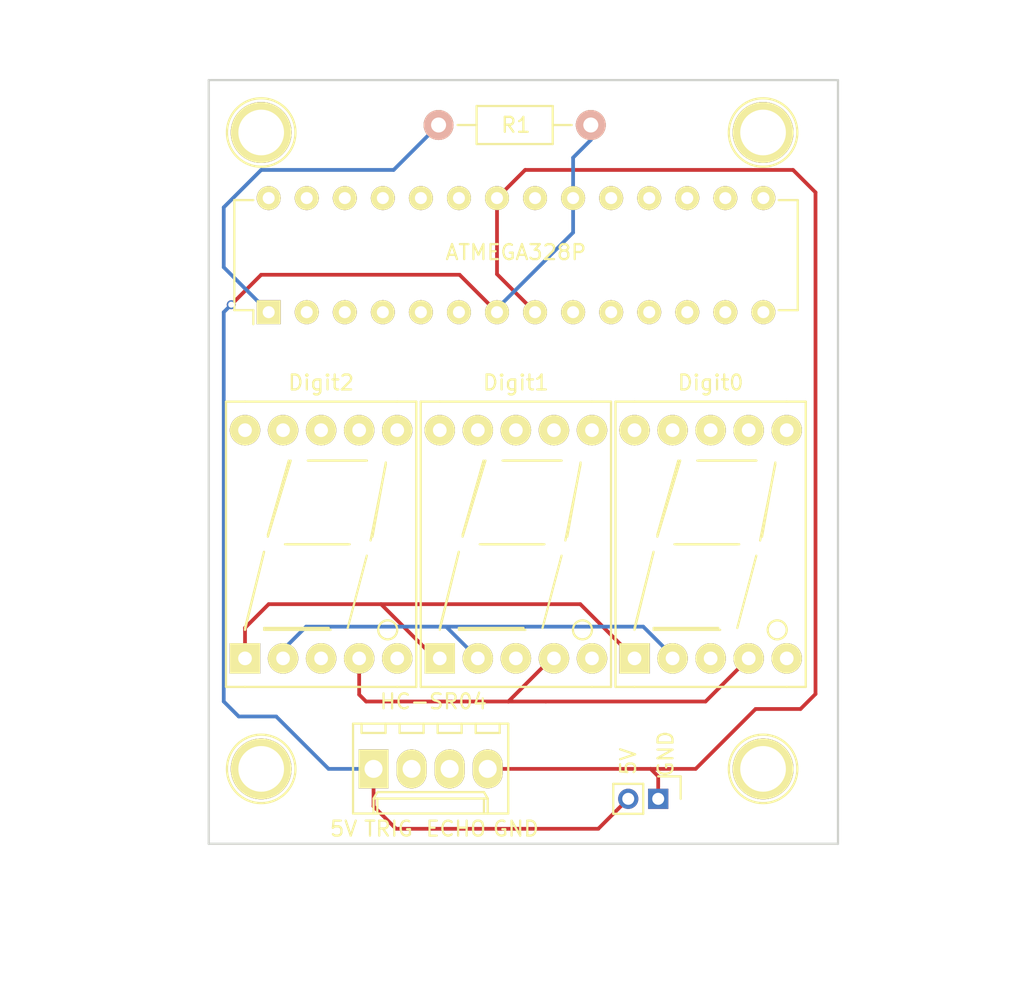
<source format=kicad_pcb>
(kicad_pcb (version 4) (host pcbnew 4.0.2-stable)

  (general
    (links 34)
    (no_connects 20)
    (area 130.424999 74.424999 172.575001 125.575001)
    (thickness 1.6)
    (drawings 10)
    (tracks 62)
    (zones 0)
    (modules 11)
    (nets 33)
  )

  (page A4)
  (layers
    (0 F.Cu signal)
    (31 B.Cu signal)
    (32 B.Adhes user)
    (33 F.Adhes user)
    (34 B.Paste user)
    (35 F.Paste user)
    (36 B.SilkS user)
    (37 F.SilkS user)
    (38 B.Mask user)
    (39 F.Mask user)
    (40 Dwgs.User user)
    (41 Cmts.User user)
    (42 Eco1.User user)
    (43 Eco2.User user)
    (44 Edge.Cuts user)
    (45 Margin user)
    (46 B.CrtYd user)
    (47 F.CrtYd user)
    (48 B.Fab user)
    (49 F.Fab user)
  )

  (setup
    (last_trace_width 0.25)
    (trace_clearance 0.2)
    (zone_clearance 0.508)
    (zone_45_only no)
    (trace_min 0.2)
    (segment_width 0.2)
    (edge_width 0.15)
    (via_size 0.6)
    (via_drill 0.4)
    (via_min_size 0.4)
    (via_min_drill 0.3)
    (uvia_size 0.3)
    (uvia_drill 0.1)
    (uvias_allowed no)
    (uvia_min_size 0.2)
    (uvia_min_drill 0.1)
    (pcb_text_width 0.3)
    (pcb_text_size 1.5 1.5)
    (mod_edge_width 0.15)
    (mod_text_size 1 1)
    (mod_text_width 0.15)
    (pad_size 1.6 1.6)
    (pad_drill 0.8)
    (pad_to_mask_clearance 0.2)
    (aux_axis_origin 0 0)
    (visible_elements 7FFFFFFF)
    (pcbplotparams
      (layerselection 0x00030_80000001)
      (usegerberextensions false)
      (excludeedgelayer true)
      (linewidth 0.100000)
      (plotframeref false)
      (viasonmask false)
      (mode 1)
      (useauxorigin false)
      (hpglpennumber 1)
      (hpglpenspeed 20)
      (hpglpendiameter 15)
      (hpglpenoverlay 2)
      (psnegative false)
      (psa4output false)
      (plotreference true)
      (plotvalue true)
      (plotinvisibletext false)
      (padsonsilk false)
      (subtractmaskfromsilk false)
      (outputformat 1)
      (mirror false)
      (drillshape 1)
      (scaleselection 1)
      (outputdirectory ""))
  )

  (net 0 "")
  (net 1 "Net-(Digit0-Pad5)")
  (net 2 "Net-(Digit0-Pad10)")
  (net 3 "Net-(Digit0-Pad1)")
  (net 4 "Net-(Digit0-Pad2)")
  (net 5 "Net-(Digit0-Pad3)")
  (net 6 "Net-(Digit0-Pad4)")
  (net 7 "Net-(Digit0-Pad9)")
  (net 8 "Net-(Digit0-Pad8)")
  (net 9 "Net-(Digit0-Pad7)")
  (net 10 "Net-(Digit0-Pad6)")
  (net 11 "Net-(Digit1-Pad5)")
  (net 12 "Net-(Digit1-Pad3)")
  (net 13 "Net-(Digit1-Pad8)")
  (net 14 "Net-(Digit2-Pad5)")
  (net 15 "Net-(Digit2-Pad3)")
  (net 16 "Net-(Digit2-Pad8)")
  (net 17 "Net-(IC1-Pad1)")
  (net 18 "Net-(IC1-Pad5)")
  (net 19 "Net-(IC1-Pad6)")
  (net 20 +5V)
  (net 21 GND)
  (net 22 "Net-(IC1-Pad10)")
  (net 23 "Net-(IC1-Pad11)")
  (net 24 "Net-(IC1-Pad12)")
  (net 25 "Net-(IC1-Pad13)")
  (net 26 "Net-(IC1-Pad21)")
  (net 27 "Net-(IC1-Pad23)")
  (net 28 "Net-(IC1-Pad24)")
  (net 29 "Net-(IC1-Pad25)")
  (net 30 "Net-(IC1-Pad26)")
  (net 31 "Net-(IC1-Pad27)")
  (net 32 "Net-(IC1-Pad28)")

  (net_class Default "This is the default net class."
    (clearance 0.2)
    (trace_width 0.25)
    (via_dia 0.6)
    (via_drill 0.4)
    (uvia_dia 0.3)
    (uvia_drill 0.1)
    (add_net +5V)
    (add_net GND)
    (add_net "Net-(Digit0-Pad1)")
    (add_net "Net-(Digit0-Pad10)")
    (add_net "Net-(Digit0-Pad2)")
    (add_net "Net-(Digit0-Pad3)")
    (add_net "Net-(Digit0-Pad4)")
    (add_net "Net-(Digit0-Pad5)")
    (add_net "Net-(Digit0-Pad6)")
    (add_net "Net-(Digit0-Pad7)")
    (add_net "Net-(Digit0-Pad8)")
    (add_net "Net-(Digit0-Pad9)")
    (add_net "Net-(Digit1-Pad3)")
    (add_net "Net-(Digit1-Pad5)")
    (add_net "Net-(Digit1-Pad8)")
    (add_net "Net-(Digit2-Pad3)")
    (add_net "Net-(Digit2-Pad5)")
    (add_net "Net-(Digit2-Pad8)")
    (add_net "Net-(IC1-Pad1)")
    (add_net "Net-(IC1-Pad10)")
    (add_net "Net-(IC1-Pad11)")
    (add_net "Net-(IC1-Pad12)")
    (add_net "Net-(IC1-Pad13)")
    (add_net "Net-(IC1-Pad21)")
    (add_net "Net-(IC1-Pad23)")
    (add_net "Net-(IC1-Pad24)")
    (add_net "Net-(IC1-Pad25)")
    (add_net "Net-(IC1-Pad26)")
    (add_net "Net-(IC1-Pad27)")
    (add_net "Net-(IC1-Pad28)")
    (add_net "Net-(IC1-Pad5)")
    (add_net "Net-(IC1-Pad6)")
  )

  (module 7SEG:LSHD-5601 (layer F.Cu) (tedit 57C138BA) (tstamp 57C134EA)
    (at 164 105.5)
    (descr "Afficheur 7 segments")
    (tags AFFICHEUR)
    (path /57324652)
    (fp_text reference Digit0 (at 0 -10.795) (layer F.SilkS)
      (effects (font (size 1 1) (thickness 0.15)))
    )
    (fp_text value 7SEGMENTS (at 16.5 0) (layer F.Fab)
      (effects (font (size 1 1) (thickness 0.15)))
    )
    (fp_line (start 3.048 0.762) (end 1.778 5.588) (layer F.SilkS) (width 0.15))
    (fp_line (start -3.81 5.588) (end 0.508 5.588) (layer F.SilkS) (width 0.15))
    (fp_line (start -3.81 0.508) (end -5.08 5.588) (layer F.SilkS) (width 0.15))
    (fp_line (start -2.032 -5.588) (end -3.556 -0.508) (layer F.SilkS) (width 0.15))
    (fp_line (start -0.762 -5.588) (end 3.048 -5.588) (layer F.SilkS) (width 0.15))
    (fp_line (start -2.286 0) (end 1.778 0) (layer F.SilkS) (width 0.15))
    (fp_line (start 4.318 -5.334) (end 3.302 -0.254) (layer F.SilkS) (width 0.15))
    (fp_circle (center 4.445 5.715) (end 5.08 5.715) (layer F.SilkS) (width 0.15))
    (fp_line (start -3.81 5.715) (end 0.635 5.715) (layer F.SilkS) (width 0.15))
    (fp_line (start -5.08 -9.525) (end -6.35 -9.525) (layer F.SilkS) (width 0.15))
    (fp_line (start -6.35 -9.525) (end -6.35 9.525) (layer F.SilkS) (width 0.15))
    (fp_line (start -6.35 9.525) (end -5.08 9.525) (layer F.SilkS) (width 0.15))
    (fp_line (start 5.08 9.525) (end 6.35 9.525) (layer F.SilkS) (width 0.15))
    (fp_line (start 6.35 9.525) (end 6.35 -9.525) (layer F.SilkS) (width 0.15))
    (fp_line (start 6.35 -9.525) (end 5.08 -9.525) (layer F.SilkS) (width 0.15))
    (fp_line (start -5.08 9.525) (end 5.08 9.525) (layer F.SilkS) (width 0.15))
    (fp_line (start 5.08 -9.525) (end -5.08 -9.525) (layer F.SilkS) (width 0.15))
    (fp_line (start -2.413 0) (end 1.905 0) (layer F.SilkS) (width 0.15))
    (fp_line (start 3.429 -0.508) (end 4.318 -5.461) (layer F.SilkS) (width 0.15))
    (fp_line (start -0.889 -5.588) (end 3.048 -5.588) (layer F.SilkS) (width 0.15))
    (fp_line (start -3.556 -0.635) (end -2.159 -5.588) (layer F.SilkS) (width 0.15))
    (fp_line (start -3.81 0.508) (end -5.08 5.715) (layer F.SilkS) (width 0.15))
    (pad 5 thru_hole circle (at 5.08 7.62) (size 2.032 2.032) (drill 0.9144) (layers *.Cu *.Mask F.SilkS)
      (net 1 "Net-(Digit0-Pad5)"))
    (pad 10 thru_hole circle (at 5.08 -7.62) (size 2.032 2.032) (drill 0.9144) (layers *.Cu *.Mask F.SilkS)
      (net 2 "Net-(Digit0-Pad10)"))
    (pad 1 thru_hole rect (at -5.08 7.62) (size 2.032 2.032) (drill 0.9144) (layers *.Cu *.Mask F.SilkS)
      (net 3 "Net-(Digit0-Pad1)"))
    (pad 2 thru_hole circle (at -2.54 7.62) (size 2.032 2.032) (drill 0.9144) (layers *.Cu *.Mask F.SilkS)
      (net 4 "Net-(Digit0-Pad2)"))
    (pad 3 thru_hole circle (at 0 7.62) (size 2.032 2.032) (drill 0.9144) (layers *.Cu *.Mask F.SilkS)
      (net 5 "Net-(Digit0-Pad3)"))
    (pad 4 thru_hole circle (at 2.54 7.62) (size 2.032 2.032) (drill 0.9144) (layers *.Cu *.Mask F.SilkS)
      (net 6 "Net-(Digit0-Pad4)"))
    (pad 9 thru_hole circle (at 2.54 -7.62) (size 2.032 2.032) (drill 0.9144) (layers *.Cu *.Mask F.SilkS)
      (net 7 "Net-(Digit0-Pad9)"))
    (pad 8 thru_hole circle (at 0 -7.62) (size 2.032 2.032) (drill 0.9144) (layers *.Cu *.Mask F.SilkS)
      (net 8 "Net-(Digit0-Pad8)"))
    (pad 7 thru_hole circle (at -2.54 -7.62) (size 2.032 2.032) (drill 0.9144) (layers *.Cu *.Mask F.SilkS)
      (net 9 "Net-(Digit0-Pad7)"))
    (pad 6 thru_hole circle (at -5.08 -7.62) (size 2.032 2.032) (drill 0.9144) (layers *.Cu *.Mask F.SilkS)
      (net 10 "Net-(Digit0-Pad6)"))
  )

  (module 7SEG:LSHD-5601 (layer F.Cu) (tedit 57C138BF) (tstamp 57C134F8)
    (at 151 105.5)
    (descr "Afficheur 7 segments")
    (tags AFFICHEUR)
    (path /57324713)
    (fp_text reference Digit1 (at 0 -10.795) (layer F.SilkS)
      (effects (font (size 1 1) (thickness 0.15)))
    )
    (fp_text value 7SEGMENTS (at 0 26) (layer F.Fab)
      (effects (font (size 1 1) (thickness 0.15)))
    )
    (fp_line (start 3.048 0.762) (end 1.778 5.588) (layer F.SilkS) (width 0.15))
    (fp_line (start -3.81 5.588) (end 0.508 5.588) (layer F.SilkS) (width 0.15))
    (fp_line (start -3.81 0.508) (end -5.08 5.588) (layer F.SilkS) (width 0.15))
    (fp_line (start -2.032 -5.588) (end -3.556 -0.508) (layer F.SilkS) (width 0.15))
    (fp_line (start -0.762 -5.588) (end 3.048 -5.588) (layer F.SilkS) (width 0.15))
    (fp_line (start -2.286 0) (end 1.778 0) (layer F.SilkS) (width 0.15))
    (fp_line (start 4.318 -5.334) (end 3.302 -0.254) (layer F.SilkS) (width 0.15))
    (fp_circle (center 4.445 5.715) (end 5.08 5.715) (layer F.SilkS) (width 0.15))
    (fp_line (start -3.81 5.715) (end 0.635 5.715) (layer F.SilkS) (width 0.15))
    (fp_line (start -5.08 -9.525) (end -6.35 -9.525) (layer F.SilkS) (width 0.15))
    (fp_line (start -6.35 -9.525) (end -6.35 9.525) (layer F.SilkS) (width 0.15))
    (fp_line (start -6.35 9.525) (end -5.08 9.525) (layer F.SilkS) (width 0.15))
    (fp_line (start 5.08 9.525) (end 6.35 9.525) (layer F.SilkS) (width 0.15))
    (fp_line (start 6.35 9.525) (end 6.35 -9.525) (layer F.SilkS) (width 0.15))
    (fp_line (start 6.35 -9.525) (end 5.08 -9.525) (layer F.SilkS) (width 0.15))
    (fp_line (start -5.08 9.525) (end 5.08 9.525) (layer F.SilkS) (width 0.15))
    (fp_line (start 5.08 -9.525) (end -5.08 -9.525) (layer F.SilkS) (width 0.15))
    (fp_line (start -2.413 0) (end 1.905 0) (layer F.SilkS) (width 0.15))
    (fp_line (start 3.429 -0.508) (end 4.318 -5.461) (layer F.SilkS) (width 0.15))
    (fp_line (start -0.889 -5.588) (end 3.048 -5.588) (layer F.SilkS) (width 0.15))
    (fp_line (start -3.556 -0.635) (end -2.159 -5.588) (layer F.SilkS) (width 0.15))
    (fp_line (start -3.81 0.508) (end -5.08 5.715) (layer F.SilkS) (width 0.15))
    (pad 5 thru_hole circle (at 5.08 7.62) (size 2.032 2.032) (drill 0.9144) (layers *.Cu *.Mask F.SilkS)
      (net 11 "Net-(Digit1-Pad5)"))
    (pad 10 thru_hole circle (at 5.08 -7.62) (size 2.032 2.032) (drill 0.9144) (layers *.Cu *.Mask F.SilkS)
      (net 2 "Net-(Digit0-Pad10)"))
    (pad 1 thru_hole rect (at -5.08 7.62) (size 2.032 2.032) (drill 0.9144) (layers *.Cu *.Mask F.SilkS)
      (net 3 "Net-(Digit0-Pad1)"))
    (pad 2 thru_hole circle (at -2.54 7.62) (size 2.032 2.032) (drill 0.9144) (layers *.Cu *.Mask F.SilkS)
      (net 4 "Net-(Digit0-Pad2)"))
    (pad 3 thru_hole circle (at 0 7.62) (size 2.032 2.032) (drill 0.9144) (layers *.Cu *.Mask F.SilkS)
      (net 12 "Net-(Digit1-Pad3)"))
    (pad 4 thru_hole circle (at 2.54 7.62) (size 2.032 2.032) (drill 0.9144) (layers *.Cu *.Mask F.SilkS)
      (net 6 "Net-(Digit0-Pad4)"))
    (pad 9 thru_hole circle (at 2.54 -7.62) (size 2.032 2.032) (drill 0.9144) (layers *.Cu *.Mask F.SilkS)
      (net 7 "Net-(Digit0-Pad9)"))
    (pad 8 thru_hole circle (at 0 -7.62) (size 2.032 2.032) (drill 0.9144) (layers *.Cu *.Mask F.SilkS)
      (net 13 "Net-(Digit1-Pad8)"))
    (pad 7 thru_hole circle (at -2.54 -7.62) (size 2.032 2.032) (drill 0.9144) (layers *.Cu *.Mask F.SilkS)
      (net 9 "Net-(Digit0-Pad7)"))
    (pad 6 thru_hole circle (at -5.08 -7.62) (size 2.032 2.032) (drill 0.9144) (layers *.Cu *.Mask F.SilkS)
      (net 10 "Net-(Digit0-Pad6)"))
  )

  (module 7SEG:LSHD-5601 (layer F.Cu) (tedit 57C138B8) (tstamp 57C13506)
    (at 138 105.5)
    (descr "Afficheur 7 segments")
    (tags AFFICHEUR)
    (path /57C13C45)
    (fp_text reference Digit2 (at 0 -10.795) (layer F.SilkS)
      (effects (font (size 1 1) (thickness 0.15)))
    )
    (fp_text value 7SEGMENTS (at -15 0) (layer F.Fab)
      (effects (font (size 1 1) (thickness 0.15)))
    )
    (fp_line (start 3.048 0.762) (end 1.778 5.588) (layer F.SilkS) (width 0.15))
    (fp_line (start -3.81 5.588) (end 0.508 5.588) (layer F.SilkS) (width 0.15))
    (fp_line (start -3.81 0.508) (end -5.08 5.588) (layer F.SilkS) (width 0.15))
    (fp_line (start -2.032 -5.588) (end -3.556 -0.508) (layer F.SilkS) (width 0.15))
    (fp_line (start -0.762 -5.588) (end 3.048 -5.588) (layer F.SilkS) (width 0.15))
    (fp_line (start -2.286 0) (end 1.778 0) (layer F.SilkS) (width 0.15))
    (fp_line (start 4.318 -5.334) (end 3.302 -0.254) (layer F.SilkS) (width 0.15))
    (fp_circle (center 4.445 5.715) (end 5.08 5.715) (layer F.SilkS) (width 0.15))
    (fp_line (start -3.81 5.715) (end 0.635 5.715) (layer F.SilkS) (width 0.15))
    (fp_line (start -5.08 -9.525) (end -6.35 -9.525) (layer F.SilkS) (width 0.15))
    (fp_line (start -6.35 -9.525) (end -6.35 9.525) (layer F.SilkS) (width 0.15))
    (fp_line (start -6.35 9.525) (end -5.08 9.525) (layer F.SilkS) (width 0.15))
    (fp_line (start 5.08 9.525) (end 6.35 9.525) (layer F.SilkS) (width 0.15))
    (fp_line (start 6.35 9.525) (end 6.35 -9.525) (layer F.SilkS) (width 0.15))
    (fp_line (start 6.35 -9.525) (end 5.08 -9.525) (layer F.SilkS) (width 0.15))
    (fp_line (start -5.08 9.525) (end 5.08 9.525) (layer F.SilkS) (width 0.15))
    (fp_line (start 5.08 -9.525) (end -5.08 -9.525) (layer F.SilkS) (width 0.15))
    (fp_line (start -2.413 0) (end 1.905 0) (layer F.SilkS) (width 0.15))
    (fp_line (start 3.429 -0.508) (end 4.318 -5.461) (layer F.SilkS) (width 0.15))
    (fp_line (start -0.889 -5.588) (end 3.048 -5.588) (layer F.SilkS) (width 0.15))
    (fp_line (start -3.556 -0.635) (end -2.159 -5.588) (layer F.SilkS) (width 0.15))
    (fp_line (start -3.81 0.508) (end -5.08 5.715) (layer F.SilkS) (width 0.15))
    (pad 5 thru_hole circle (at 5.08 7.62) (size 2.032 2.032) (drill 0.9144) (layers *.Cu *.Mask F.SilkS)
      (net 14 "Net-(Digit2-Pad5)"))
    (pad 10 thru_hole circle (at 5.08 -7.62) (size 2.032 2.032) (drill 0.9144) (layers *.Cu *.Mask F.SilkS)
      (net 2 "Net-(Digit0-Pad10)"))
    (pad 1 thru_hole rect (at -5.08 7.62) (size 2.032 2.032) (drill 0.9144) (layers *.Cu *.Mask F.SilkS)
      (net 3 "Net-(Digit0-Pad1)"))
    (pad 2 thru_hole circle (at -2.54 7.62) (size 2.032 2.032) (drill 0.9144) (layers *.Cu *.Mask F.SilkS)
      (net 4 "Net-(Digit0-Pad2)"))
    (pad 3 thru_hole circle (at 0 7.62) (size 2.032 2.032) (drill 0.9144) (layers *.Cu *.Mask F.SilkS)
      (net 15 "Net-(Digit2-Pad3)"))
    (pad 4 thru_hole circle (at 2.54 7.62) (size 2.032 2.032) (drill 0.9144) (layers *.Cu *.Mask F.SilkS)
      (net 6 "Net-(Digit0-Pad4)"))
    (pad 9 thru_hole circle (at 2.54 -7.62) (size 2.032 2.032) (drill 0.9144) (layers *.Cu *.Mask F.SilkS)
      (net 7 "Net-(Digit0-Pad9)"))
    (pad 8 thru_hole circle (at 0 -7.62) (size 2.032 2.032) (drill 0.9144) (layers *.Cu *.Mask F.SilkS)
      (net 16 "Net-(Digit2-Pad8)"))
    (pad 7 thru_hole circle (at -2.54 -7.62) (size 2.032 2.032) (drill 0.9144) (layers *.Cu *.Mask F.SilkS)
      (net 9 "Net-(Digit0-Pad7)"))
    (pad 6 thru_hole circle (at -5.08 -7.62) (size 2.032 2.032) (drill 0.9144) (layers *.Cu *.Mask F.SilkS)
      (net 10 "Net-(Digit0-Pad6)"))
  )

  (module Housings_DIP:DIP-28_W7.62mm (layer F.Cu) (tedit 57C138A2) (tstamp 57C13526)
    (at 134.5 90 90)
    (descr "28-lead dip package, row spacing 7.62 mm (300 mils)")
    (tags "dil dip 2.54 300")
    (path /57324934)
    (fp_text reference ATMEGA328P (at 4 16.5 180) (layer F.SilkS)
      (effects (font (size 1 1) (thickness 0.15)))
    )
    (fp_text value ATMEGA328-P (at 5 -12.5 180) (layer F.Fab)
      (effects (font (size 1 1) (thickness 0.15)))
    )
    (fp_line (start -1.05 -2.45) (end -1.05 35.5) (layer F.CrtYd) (width 0.05))
    (fp_line (start 8.65 -2.45) (end 8.65 35.5) (layer F.CrtYd) (width 0.05))
    (fp_line (start -1.05 -2.45) (end 8.65 -2.45) (layer F.CrtYd) (width 0.05))
    (fp_line (start -1.05 35.5) (end 8.65 35.5) (layer F.CrtYd) (width 0.05))
    (fp_line (start 0.135 -2.295) (end 0.135 -1.025) (layer F.SilkS) (width 0.15))
    (fp_line (start 7.485 -2.295) (end 7.485 -1.025) (layer F.SilkS) (width 0.15))
    (fp_line (start 7.485 35.315) (end 7.485 34.045) (layer F.SilkS) (width 0.15))
    (fp_line (start 0.135 35.315) (end 0.135 34.045) (layer F.SilkS) (width 0.15))
    (fp_line (start 0.135 -2.295) (end 7.485 -2.295) (layer F.SilkS) (width 0.15))
    (fp_line (start 0.135 35.315) (end 7.485 35.315) (layer F.SilkS) (width 0.15))
    (fp_line (start 0.135 -1.025) (end -0.8 -1.025) (layer F.SilkS) (width 0.15))
    (pad 1 thru_hole rect (at 0 0 90) (size 1.6 1.6) (drill 0.8) (layers *.Cu *.Mask F.SilkS)
      (net 17 "Net-(IC1-Pad1)"))
    (pad 2 thru_hole oval (at 0 2.54 90) (size 1.6 1.6) (drill 0.8) (layers *.Cu *.Mask F.SilkS)
      (net 8 "Net-(Digit0-Pad8)"))
    (pad 3 thru_hole oval (at 0 5.08 90) (size 1.6 1.6) (drill 0.8) (layers *.Cu *.Mask F.SilkS)
      (net 13 "Net-(Digit1-Pad8)"))
    (pad 4 thru_hole oval (at 0 7.62 90) (size 1.6 1.6) (drill 0.8) (layers *.Cu *.Mask F.SilkS)
      (net 16 "Net-(Digit2-Pad8)"))
    (pad 5 thru_hole oval (at 0 10.16 90) (size 1.6 1.6) (drill 0.8) (layers *.Cu *.Mask F.SilkS)
      (net 18 "Net-(IC1-Pad5)"))
    (pad 6 thru_hole oval (at 0 12.7 90) (size 1.6 1.6) (drill 0.8) (layers *.Cu *.Mask F.SilkS)
      (net 19 "Net-(IC1-Pad6)"))
    (pad 7 thru_hole oval (at 0 15.24 90) (size 1.6 1.6) (drill 0.8) (layers *.Cu *.Mask F.SilkS)
      (net 20 +5V))
    (pad 8 thru_hole oval (at 0 17.78 90) (size 1.6 1.6) (drill 0.8) (layers *.Cu *.Mask F.SilkS)
      (net 21 GND))
    (pad 9 thru_hole oval (at 0 20.32 90) (size 1.6 1.6) (drill 0.8) (layers *.Cu *.Mask F.SilkS)
      (net 2 "Net-(Digit0-Pad10)"))
    (pad 10 thru_hole oval (at 0 22.86 90) (size 1.6 1.6) (drill 0.8) (layers *.Cu *.Mask F.SilkS)
      (net 22 "Net-(IC1-Pad10)"))
    (pad 11 thru_hole oval (at 0 25.4 90) (size 1.6 1.6) (drill 0.8) (layers *.Cu *.Mask F.SilkS)
      (net 23 "Net-(IC1-Pad11)"))
    (pad 12 thru_hole oval (at 0 27.94 90) (size 1.6 1.6) (drill 0.8) (layers *.Cu *.Mask F.SilkS)
      (net 24 "Net-(IC1-Pad12)"))
    (pad 13 thru_hole oval (at 0 30.48 90) (size 1.6 1.6) (drill 0.8) (layers *.Cu *.Mask F.SilkS)
      (net 25 "Net-(IC1-Pad13)"))
    (pad 14 thru_hole oval (at 0 33.02 90) (size 1.6 1.6) (drill 0.8) (layers *.Cu *.Mask F.SilkS)
      (net 9 "Net-(Digit0-Pad7)"))
    (pad 15 thru_hole oval (at 7.62 33.02 90) (size 1.6 1.6) (drill 0.8) (layers *.Cu *.Mask F.SilkS)
      (net 10 "Net-(Digit0-Pad6)"))
    (pad 16 thru_hole oval (at 7.62 30.48 90) (size 1.6 1.6) (drill 0.8) (layers *.Cu *.Mask F.SilkS)
      (net 6 "Net-(Digit0-Pad4)"))
    (pad 17 thru_hole oval (at 7.62 27.94 90) (size 1.6 1.6) (drill 0.8) (layers *.Cu *.Mask F.SilkS)
      (net 4 "Net-(Digit0-Pad2)"))
    (pad 18 thru_hole oval (at 7.62 25.4 90) (size 1.6 1.6) (drill 0.8) (layers *.Cu *.Mask F.SilkS)
      (net 3 "Net-(Digit0-Pad1)"))
    (pad 19 thru_hole oval (at 7.62 22.86 90) (size 1.6 1.6) (drill 0.8) (layers *.Cu *.Mask F.SilkS)
      (net 7 "Net-(Digit0-Pad9)"))
    (pad 20 thru_hole oval (at 7.62 20.32 90) (size 1.6 1.6) (drill 0.8) (layers *.Cu *.Mask F.SilkS)
      (net 20 +5V))
    (pad 21 thru_hole oval (at 7.62 17.78 90) (size 1.6 1.6) (drill 0.8) (layers *.Cu *.Mask F.SilkS)
      (net 26 "Net-(IC1-Pad21)"))
    (pad 22 thru_hole oval (at 7.62 15.24 90) (size 1.6 1.6) (drill 0.8) (layers *.Cu *.Mask F.SilkS)
      (net 21 GND))
    (pad 23 thru_hole oval (at 7.62 12.7 90) (size 1.6 1.6) (drill 0.8) (layers *.Cu *.Mask F.SilkS)
      (net 27 "Net-(IC1-Pad23)"))
    (pad 24 thru_hole oval (at 7.62 10.16 90) (size 1.6 1.6) (drill 0.8) (layers *.Cu *.Mask F.SilkS)
      (net 28 "Net-(IC1-Pad24)"))
    (pad 25 thru_hole oval (at 7.62 7.62 90) (size 1.6 1.6) (drill 0.8) (layers *.Cu *.Mask F.SilkS)
      (net 29 "Net-(IC1-Pad25)"))
    (pad 26 thru_hole oval (at 7.62 5.08 90) (size 1.6 1.6) (drill 0.8) (layers *.Cu *.Mask F.SilkS)
      (net 30 "Net-(IC1-Pad26)"))
    (pad 27 thru_hole oval (at 7.62 2.54 90) (size 1.6 1.6) (drill 0.8) (layers *.Cu *.Mask F.SilkS)
      (net 31 "Net-(IC1-Pad27)"))
    (pad 28 thru_hole oval (at 7.62 0 90) (size 1.6 1.6) (drill 0.8) (layers *.Cu *.Mask F.SilkS)
      (net 32 "Net-(IC1-Pad28)"))
    (model Housings_DIP.3dshapes/DIP-28_W7.62mm.wrl
      (at (xyz 0 0 0))
      (scale (xyz 1 1 1))
      (rotate (xyz 0 0 0))
    )
  )

  (module Connectors_Molex:Molex_KK-6410-04_04x2.54mm_Straight (layer F.Cu) (tedit 57C13912) (tstamp 57C1352E)
    (at 141.5 120.5)
    (descr "Connector Headers with Friction Lock, 22-27-2041, http://www.molex.com/pdm_docs/sd/022272021_sd.pdf")
    (tags "connector molex kk_6410 22-27-2041")
    (path /57C14A43)
    (fp_text reference HC-SR04 (at 4 -4.5) (layer F.SilkS)
      (effects (font (size 1 1) (thickness 0.15)))
    )
    (fp_text value HC-S04 (at 4 15) (layer F.Fab)
      (effects (font (size 1 1) (thickness 0.15)))
    )
    (fp_line (start -1.37 -3.02) (end -1.37 2.98) (layer F.SilkS) (width 0.15))
    (fp_line (start -1.37 2.98) (end 8.99 2.98) (layer F.SilkS) (width 0.15))
    (fp_line (start 8.99 2.98) (end 8.99 -3.02) (layer F.SilkS) (width 0.15))
    (fp_line (start 8.99 -3.02) (end -1.37 -3.02) (layer F.SilkS) (width 0.15))
    (fp_line (start 0 2.98) (end 0 1.98) (layer F.SilkS) (width 0.15))
    (fp_line (start 0 1.98) (end 7.62 1.98) (layer F.SilkS) (width 0.15))
    (fp_line (start 7.62 1.98) (end 7.62 2.98) (layer F.SilkS) (width 0.15))
    (fp_line (start 0 1.98) (end 0.25 1.55) (layer F.SilkS) (width 0.15))
    (fp_line (start 0.25 1.55) (end 7.37 1.55) (layer F.SilkS) (width 0.15))
    (fp_line (start 7.37 1.55) (end 7.62 1.98) (layer F.SilkS) (width 0.15))
    (fp_line (start 0.25 2.98) (end 0.25 1.98) (layer F.SilkS) (width 0.15))
    (fp_line (start 7.37 2.98) (end 7.37 1.98) (layer F.SilkS) (width 0.15))
    (fp_line (start -0.8 -3.02) (end -0.8 -2.4) (layer F.SilkS) (width 0.15))
    (fp_line (start -0.8 -2.4) (end 0.8 -2.4) (layer F.SilkS) (width 0.15))
    (fp_line (start 0.8 -2.4) (end 0.8 -3.02) (layer F.SilkS) (width 0.15))
    (fp_line (start 1.74 -3.02) (end 1.74 -2.4) (layer F.SilkS) (width 0.15))
    (fp_line (start 1.74 -2.4) (end 3.34 -2.4) (layer F.SilkS) (width 0.15))
    (fp_line (start 3.34 -2.4) (end 3.34 -3.02) (layer F.SilkS) (width 0.15))
    (fp_line (start 4.28 -3.02) (end 4.28 -2.4) (layer F.SilkS) (width 0.15))
    (fp_line (start 4.28 -2.4) (end 5.88 -2.4) (layer F.SilkS) (width 0.15))
    (fp_line (start 5.88 -2.4) (end 5.88 -3.02) (layer F.SilkS) (width 0.15))
    (fp_line (start 6.82 -3.02) (end 6.82 -2.4) (layer F.SilkS) (width 0.15))
    (fp_line (start 6.82 -2.4) (end 8.42 -2.4) (layer F.SilkS) (width 0.15))
    (fp_line (start 8.42 -2.4) (end 8.42 -3.02) (layer F.SilkS) (width 0.15))
    (fp_line (start -1.9 3.5) (end -1.9 -3.55) (layer F.CrtYd) (width 0.05))
    (fp_line (start -1.9 -3.55) (end 9.5 -3.55) (layer F.CrtYd) (width 0.05))
    (fp_line (start 9.5 -3.55) (end 9.5 3.5) (layer F.CrtYd) (width 0.05))
    (fp_line (start 9.5 3.5) (end -1.9 3.5) (layer F.CrtYd) (width 0.05))
    (pad 1 thru_hole rect (at 0 0) (size 2 2.6) (drill 1.2) (layers *.Cu *.Mask F.SilkS)
      (net 20 +5V))
    (pad 2 thru_hole oval (at 2.54 0) (size 2 2.6) (drill 1.2) (layers *.Cu *.Mask F.SilkS)
      (net 18 "Net-(IC1-Pad5)"))
    (pad 3 thru_hole oval (at 5.08 0) (size 2 2.6) (drill 1.2) (layers *.Cu *.Mask F.SilkS)
      (net 19 "Net-(IC1-Pad6)"))
    (pad 4 thru_hole oval (at 7.62 0) (size 2 2.6) (drill 1.2) (layers *.Cu *.Mask F.SilkS)
      (net 21 GND))
  )

  (module Pin_Headers:Pin_Header_Straight_1x02_Pitch2.00mm (layer F.Cu) (tedit 57C13940) (tstamp 57C13534)
    (at 160.5 122.5 270)
    (descr "Through hole pin header, 1x02, 2.00mm pitch, single row")
    (tags "pin header single row")
    (path /5733A9A3)
    (fp_text reference "" (at -0.5 -5 270) (layer F.SilkS)
      (effects (font (size 1 1) (thickness 0.15)))
    )
    (fp_text value "Power Pins" (at -1 22 540) (layer F.Fab)
      (effects (font (size 1 1) (thickness 0.15)))
    )
    (fp_line (start -1 1) (end 1 1) (layer F.SilkS) (width 0.15))
    (fp_line (start 1 1) (end 1 3) (layer F.SilkS) (width 0.15))
    (fp_line (start 1 3) (end -1 3) (layer F.SilkS) (width 0.15))
    (fp_line (start -1 3) (end -1 1) (layer F.SilkS) (width 0.15))
    (fp_line (start -1.6 -1.6) (end 1.6 -1.6) (layer F.CrtYd) (width 0.05))
    (fp_line (start 1.6 -1.6) (end 1.6 3.6) (layer F.CrtYd) (width 0.05))
    (fp_line (start 1.6 3.6) (end -1.6 3.6) (layer F.CrtYd) (width 0.05))
    (fp_line (start -1.6 3.6) (end -1.6 -1.6) (layer F.CrtYd) (width 0.05))
    (fp_line (start -1.5 0) (end -1.5 -1.5) (layer F.SilkS) (width 0.15))
    (fp_line (start -1.5 -1.5) (end 0 -1.5) (layer F.SilkS) (width 0.15))
    (pad 1 thru_hole rect (at 0 0 270) (size 1.35 1.35) (drill 0.8) (layers *.Cu *.Mask)
      (net 21 GND))
    (pad 2 thru_hole circle (at 0 2 270) (size 1.35 1.35) (drill 0.8) (layers *.Cu *.Mask)
      (net 20 +5V))
    (model Pin_Headers.3dshapes/Pin_Header_Straight_1x02_Pitch2.00mm.wrl
      (at (xyz 0 0 0))
      (scale (xyz 1 1 1))
      (rotate (xyz 0 0 0))
    )
  )

  (module Resistors_ThroughHole:Resistor_Horizontal_RM10mm (layer F.Cu) (tedit 57C138F5) (tstamp 57C1353A)
    (at 156 77.5 180)
    (descr "Resistor, Axial,  RM 10mm, 1/3W")
    (tags "Resistor Axial RM 10mm 1/3W")
    (path /57325852)
    (fp_text reference R1 (at 5 0 180) (layer F.SilkS)
      (effects (font (size 1 1) (thickness 0.15)))
    )
    (fp_text value 10k (at 4.5 7.5 180) (layer F.Fab)
      (effects (font (size 1 1) (thickness 0.15)))
    )
    (fp_line (start -1.25 -1.5) (end 11.4 -1.5) (layer F.CrtYd) (width 0.05))
    (fp_line (start -1.25 1.5) (end -1.25 -1.5) (layer F.CrtYd) (width 0.05))
    (fp_line (start 11.4 -1.5) (end 11.4 1.5) (layer F.CrtYd) (width 0.05))
    (fp_line (start -1.25 1.5) (end 11.4 1.5) (layer F.CrtYd) (width 0.05))
    (fp_line (start 2.54 -1.27) (end 7.62 -1.27) (layer F.SilkS) (width 0.15))
    (fp_line (start 7.62 -1.27) (end 7.62 1.27) (layer F.SilkS) (width 0.15))
    (fp_line (start 7.62 1.27) (end 2.54 1.27) (layer F.SilkS) (width 0.15))
    (fp_line (start 2.54 1.27) (end 2.54 -1.27) (layer F.SilkS) (width 0.15))
    (fp_line (start 2.54 0) (end 1.27 0) (layer F.SilkS) (width 0.15))
    (fp_line (start 7.62 0) (end 8.89 0) (layer F.SilkS) (width 0.15))
    (pad 1 thru_hole circle (at 0 0 180) (size 1.99898 1.99898) (drill 1.00076) (layers *.Cu *.SilkS *.Mask)
      (net 20 +5V))
    (pad 2 thru_hole circle (at 10.16 0 180) (size 1.99898 1.99898) (drill 1.00076) (layers *.Cu *.SilkS *.Mask)
      (net 17 "Net-(IC1-Pad1)"))
    (model Resistors_ThroughHole.3dshapes/Resistor_Horizontal_RM10mm.wrl
      (at (xyz 0.2 0 0))
      (scale (xyz 0.4 0.4 0.4))
      (rotate (xyz 0 0 0))
    )
  )

  (module Connect:1pin (layer F.Cu) (tedit 57C13880) (tstamp 57C137B7)
    (at 167.5 78)
    (descr "module 1 pin (ou trou mecanique de percage)")
    (tags DEV)
    (fp_text reference "" (at 0 -3.048) (layer F.SilkS)
      (effects (font (size 1 1) (thickness 0.15)))
    )
    (fp_text value 1pin (at 0 -7.5) (layer F.Fab)
      (effects (font (size 1 1) (thickness 0.15)))
    )
    (fp_circle (center 0 0) (end 0 -2.286) (layer F.SilkS) (width 0.15))
    (pad 1 thru_hole circle (at 0 0) (size 4.064 4.064) (drill 3.048) (layers *.Cu *.Mask F.SilkS))
  )

  (module Connect:1pin (layer F.Cu) (tedit 57C13884) (tstamp 57C137BF)
    (at 134 78)
    (descr "module 1 pin (ou trou mecanique de percage)")
    (tags DEV)
    (fp_text reference "" (at 0 -3.048) (layer F.SilkS)
      (effects (font (size 1 1) (thickness 0.15)))
    )
    (fp_text value 1pin (at 0 -8) (layer F.Fab)
      (effects (font (size 1 1) (thickness 0.15)))
    )
    (fp_circle (center 0 0) (end 0 -2.286) (layer F.SilkS) (width 0.15))
    (pad 1 thru_hole circle (at 0 0) (size 4.064 4.064) (drill 3.048) (layers *.Cu *.Mask F.SilkS))
  )

  (module Connect:1pin (layer F.Cu) (tedit 57C138B2) (tstamp 57C137C5)
    (at 134 120.5)
    (descr "module 1 pin (ou trou mecanique de percage)")
    (tags DEV)
    (fp_text reference "" (at 0 -3.048) (layer F.SilkS)
      (effects (font (size 1 1) (thickness 0.15)))
    )
    (fp_text value 1pin (at 0 8) (layer F.Fab)
      (effects (font (size 1 1) (thickness 0.15)))
    )
    (fp_circle (center 0 0) (end 0 -2.286) (layer F.SilkS) (width 0.15))
    (pad 1 thru_hole circle (at 0 0) (size 4.064 4.064) (drill 3.048) (layers *.Cu *.Mask F.SilkS))
  )

  (module Connect:1pin (layer F.Cu) (tedit 57C138B0) (tstamp 57C137CB)
    (at 167.5 120.5)
    (descr "module 1 pin (ou trou mecanique de percage)")
    (tags DEV)
    (fp_text reference "" (at 0 -3.048) (layer F.SilkS)
      (effects (font (size 1 1) (thickness 0.15)))
    )
    (fp_text value 1pin (at 0.5 8) (layer F.Fab)
      (effects (font (size 1 1) (thickness 0.15)))
    )
    (fp_circle (center 0 0) (end 0 -2.286) (layer F.SilkS) (width 0.15))
    (pad 1 thru_hole circle (at 0 0) (size 4.064 4.064) (drill 3.048) (layers *.Cu *.Mask F.SilkS))
  )

  (gr_text "ECHO\n" (at 147 124.5) (layer F.SilkS)
    (effects (font (size 1 1) (thickness 0.15)))
  )
  (gr_text "TRIG\n" (at 142.5 124.5) (layer F.SilkS)
    (effects (font (size 1 1) (thickness 0.15)))
  )
  (gr_text GND (at 151 124.5) (layer F.SilkS)
    (effects (font (size 1 1) (thickness 0.15)))
  )
  (gr_text 5V (at 139.5 124.5) (layer F.SilkS)
    (effects (font (size 1 1) (thickness 0.15)))
  )
  (gr_text 5V (at 158.5 120 90) (layer F.SilkS)
    (effects (font (size 1 1) (thickness 0.15)))
  )
  (gr_text GND (at 161 119.5 90) (layer F.SilkS)
    (effects (font (size 1 1) (thickness 0.15)))
  )
  (gr_line (start 172.5 74.5) (end 130.5 74.5) (angle 90) (layer Edge.Cuts) (width 0.15))
  (gr_line (start 172.5 125.5) (end 172.5 74.5) (angle 90) (layer Edge.Cuts) (width 0.15))
  (gr_line (start 130.5 125.5) (end 172.5 125.5) (angle 90) (layer Edge.Cuts) (width 0.15))
  (gr_line (start 130.5 74.5) (end 130.5 125.5) (angle 90) (layer Edge.Cuts) (width 0.15))

  (segment (start 145.92 113.12) (end 145.62 113.12) (width 0.25) (layer F.Cu) (net 3) (status C00000))
  (segment (start 145.62 113.12) (end 142 109.5) (width 0.25) (layer F.Cu) (net 3) (tstamp 57C13C21) (status 400000))
  (segment (start 144.5 109.5) (end 155.3 109.5) (width 0.25) (layer F.Cu) (net 3))
  (segment (start 155.3 109.5) (end 158.92 113.12) (width 0.25) (layer F.Cu) (net 3) (tstamp 57C13C1B) (status 800000))
  (segment (start 132.92 113.12) (end 132.92 111.08) (width 0.25) (layer F.Cu) (net 3) (status 400000))
  (segment (start 134.5 109.5) (end 142 109.5) (width 0.25) (layer F.Cu) (net 3) (tstamp 57C13C10))
  (segment (start 142 109.5) (end 144.5 109.5) (width 0.25) (layer F.Cu) (net 3) (tstamp 57C13C24))
  (segment (start 132.92 111.08) (end 134.5 109.5) (width 0.25) (layer F.Cu) (net 3) (tstamp 57C13C0E))
  (segment (start 146 111) (end 159.5 111) (width 0.25) (layer B.Cu) (net 4))
  (segment (start 159.5 111) (end 161.46 112.96) (width 0.25) (layer B.Cu) (net 4) (tstamp 57C13C2F) (status 800000))
  (segment (start 161.46 112.96) (end 161.46 113.12) (width 0.25) (layer B.Cu) (net 4) (tstamp 57C13C30) (status C00000))
  (segment (start 135.46 113.12) (end 135.46 112.54) (width 0.25) (layer B.Cu) (net 4) (status C00000))
  (segment (start 135.46 112.54) (end 137 111) (width 0.25) (layer B.Cu) (net 4) (tstamp 57C13C26) (status 400000))
  (segment (start 137 111) (end 146 111) (width 0.25) (layer B.Cu) (net 4) (tstamp 57C13C27))
  (segment (start 146 111) (end 146.34 111) (width 0.25) (layer B.Cu) (net 4) (tstamp 57C13C2D))
  (segment (start 146.34 111) (end 148.46 113.12) (width 0.25) (layer B.Cu) (net 4) (tstamp 57C13C29) (status 800000))
  (segment (start 153.54 113.12) (end 153.38 113.12) (width 0.25) (layer F.Cu) (net 6) (status C00000))
  (segment (start 153.38 113.12) (end 150.5 116) (width 0.25) (layer F.Cu) (net 6) (tstamp 57C13C3F) (status 400000))
  (segment (start 153 116) (end 163.66 116) (width 0.25) (layer F.Cu) (net 6))
  (segment (start 163.66 116) (end 166.54 113.12) (width 0.25) (layer F.Cu) (net 6) (tstamp 57C13C3A) (status 800000))
  (segment (start 140.54 113.12) (end 140.54 115.54) (width 0.25) (layer F.Cu) (net 6) (status 400000))
  (segment (start 141 116) (end 150.5 116) (width 0.25) (layer F.Cu) (net 6) (tstamp 57C13C35))
  (segment (start 150.5 116) (end 153 116) (width 0.25) (layer F.Cu) (net 6) (tstamp 57C13C42))
  (segment (start 140.54 115.54) (end 141 116) (width 0.25) (layer F.Cu) (net 6) (tstamp 57C13C34))
  (segment (start 134.5 90) (end 131.5 87) (width 0.25) (layer B.Cu) (net 17) (status 400000))
  (segment (start 142.84 80.5) (end 145.84 77.5) (width 0.25) (layer B.Cu) (net 17) (tstamp 57C13BC3) (status 800000))
  (segment (start 134 80.5) (end 142.84 80.5) (width 0.25) (layer B.Cu) (net 17) (tstamp 57C13BC1))
  (segment (start 131.5 83) (end 134 80.5) (width 0.25) (layer B.Cu) (net 17) (tstamp 57C13BBF))
  (segment (start 131.5 87) (end 131.5 83) (width 0.25) (layer B.Cu) (net 17) (tstamp 57C13BBE))
  (segment (start 141.5 120.5) (end 138.5 120.5) (width 0.25) (layer B.Cu) (net 20) (status 400000))
  (segment (start 147.24 87.5) (end 149.74 90) (width 0.25) (layer F.Cu) (net 20) (tstamp 57C13C0A) (status 800000))
  (segment (start 134 87.5) (end 147.24 87.5) (width 0.25) (layer F.Cu) (net 20) (tstamp 57C13C08))
  (segment (start 132 89.5) (end 134 87.5) (width 0.25) (layer F.Cu) (net 20) (tstamp 57C13C07))
  (via (at 132 89.5) (size 0.6) (drill 0.4) (layers F.Cu B.Cu) (net 20))
  (segment (start 131.5 90) (end 132 89.5) (width 0.25) (layer B.Cu) (net 20) (tstamp 57C13C05))
  (segment (start 131.5 116) (end 131.5 90) (width 0.25) (layer B.Cu) (net 20) (tstamp 57C13C03))
  (segment (start 132.5 117) (end 131.5 116) (width 0.25) (layer B.Cu) (net 20) (tstamp 57C13C01))
  (segment (start 135 117) (end 132.5 117) (width 0.25) (layer B.Cu) (net 20) (tstamp 57C13BFF))
  (segment (start 138.5 120.5) (end 135 117) (width 0.25) (layer B.Cu) (net 20) (tstamp 57C13BFD))
  (segment (start 149.74 90) (end 149.74 89.76) (width 0.25) (layer B.Cu) (net 20) (status C00000))
  (segment (start 149.74 89.76) (end 154.82 84.68) (width 0.25) (layer B.Cu) (net 20) (tstamp 57C13BF8) (status 400000))
  (segment (start 154.82 84.68) (end 154.82 82.38) (width 0.25) (layer B.Cu) (net 20) (tstamp 57C13BF9) (status 800000))
  (segment (start 156 77.5) (end 156 78.5) (width 0.25) (layer B.Cu) (net 20) (status 400000))
  (segment (start 154.82 79.68) (end 154.82 82.38) (width 0.25) (layer B.Cu) (net 20) (tstamp 57C13BF4) (status 800000))
  (segment (start 156 78.5) (end 154.82 79.68) (width 0.25) (layer B.Cu) (net 20) (tstamp 57C13BF2))
  (segment (start 158.5 122.5) (end 156.5 124.5) (width 0.25) (layer F.Cu) (net 20) (status 400000))
  (segment (start 141.5 123) (end 141.5 120.5) (width 0.25) (layer F.Cu) (net 20) (tstamp 57C13BD4) (status 800000))
  (segment (start 143 124.5) (end 141.5 123) (width 0.25) (layer F.Cu) (net 20) (tstamp 57C13BD3))
  (segment (start 156.5 124.5) (end 143 124.5) (width 0.25) (layer F.Cu) (net 20) (tstamp 57C13BD2))
  (segment (start 149.74 82.38) (end 149.74 87.46) (width 0.25) (layer F.Cu) (net 21) (status 400000))
  (segment (start 149.74 87.46) (end 152.28 90) (width 0.25) (layer F.Cu) (net 21) (tstamp 57C13BEC) (status 800000))
  (segment (start 160 120.5) (end 163 120.5) (width 0.25) (layer F.Cu) (net 21))
  (segment (start 151.62 80.5) (end 149.74 82.38) (width 0.25) (layer F.Cu) (net 21) (tstamp 57C13BE8) (status 800000))
  (segment (start 169.5 80.5) (end 151.62 80.5) (width 0.25) (layer F.Cu) (net 21) (tstamp 57C13BE6))
  (segment (start 171 82) (end 169.5 80.5) (width 0.25) (layer F.Cu) (net 21) (tstamp 57C13BE4))
  (segment (start 171 115.5) (end 171 82) (width 0.25) (layer F.Cu) (net 21) (tstamp 57C13BE2))
  (segment (start 170 116.5) (end 171 115.5) (width 0.25) (layer F.Cu) (net 21) (tstamp 57C13BE0))
  (segment (start 167 116.5) (end 170 116.5) (width 0.25) (layer F.Cu) (net 21) (tstamp 57C13BDE))
  (segment (start 163 120.5) (end 167 116.5) (width 0.25) (layer F.Cu) (net 21) (tstamp 57C13BDC))
  (segment (start 149.12 120.5) (end 160 120.5) (width 0.25) (layer F.Cu) (net 21) (status 400000))
  (segment (start 160.5 121) (end 160.5 122.5) (width 0.25) (layer F.Cu) (net 21) (tstamp 57C13BD9) (status 800000))
  (segment (start 160 120.5) (end 160.5 121) (width 0.25) (layer F.Cu) (net 21) (tstamp 57C13BD8))

)

</source>
